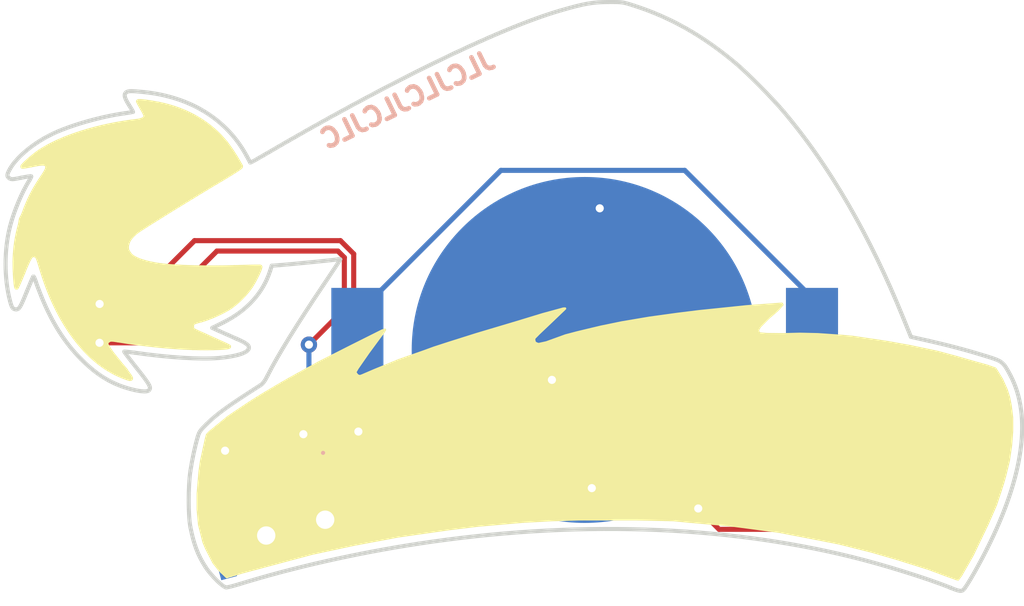
<source format=kicad_pcb>
(kicad_pcb (version 20211014) (generator pcbnew)
  (layers (0 "F.Cu" signal) (31 "B.Cu" signal) (34 "B.Paste" user) (35 "F.Paste" user) (36 "B.SilkS" user "B.Silkscreen") (37 "F.SilkS" user "F.Silkscreen") (38 "B.Mask" user) (39 "F.Mask" user) (44 "Edge.Cuts" user))
  (net 0 "")
  (net 1 "Net-(BT1-Pad1)")
  (net 2 "GND")
  (net 3 "Net-(D1-Pad1)")
  (net 4 "Net-(D1-Pad2)")
  (net 5 "Net-(D2-Pad1)")
  (net 6 "Net-(D3-Pad1)")
  (net 7 "Net-(D4-Pad1)")
  (net 8 "Net-(D5-Pad1)")
  (net 9 "Net-(D6-Pad1)")
  (net 10 "Net-(D7-Pad1)")
  (net 11 "Net-(D8-Pad1)")
  (net 12 "Net-(D9-Pad1)")
  (net 13 "Net-(D10-Pad1)")
  (net 14 "Net-(D11-Pad1)")
  (net 15 "Net-(D12-Pad1)")
  (footprint "Resistor_SMD:R_0805_2012Metric_Pad1.20x1.40mm_HandSolder" (layer "F.Cu") (at 160.74 101.79 180)
    (fp_text reference "R9" hide)
    (fp_text value "1k" hide)
    (pad "1" smd roundrect locked (at -1 0 180) (size 1.2 1.4) (layers "F.Cu" "F.Paste" "F.Mask") (roundrect_rratio 0.2083333333) (net 12 "Net-(D9-Pad1)"))
    (pad "2" smd roundrect locked (at 1 0 180) (size 1.2 1.4) (layers "F.Cu" "F.Paste" "F.Mask") (roundrect_rratio 0.2083333333) (net 2 "GND"))
  )
  (footprint "Resistor_SMD:R_0805_2012Metric_Pad1.20x1.40mm_HandSolder" (layer "F.Cu") (at 129.44 89.9 180)
    (fp_text reference "R2" hide)
    (fp_text value "1k" hide)
    (pad "1" smd roundrect locked (at -1 0 180) (size 1.2 1.4) (layers "F.Cu" "F.Paste" "F.Mask") (roundrect_rratio 0.2083333333) (net 5 "Net-(D2-Pad1)"))
    (pad "2" smd roundrect locked (at 1 0 180) (size 1.2 1.4) (layers "F.Cu" "F.Paste" "F.Mask") (roundrect_rratio 0.2083333333) (net 2 "GND"))
  )
  (footprint "Resistor_SMD:R_0805_2012Metric_Pad1.20x1.40mm_HandSolder" (layer "F.Cu") (at 129.8 84.64 180)
    (fp_text reference "R1" hide)
    (fp_text value "1k" hide)
    (pad "1" smd roundrect locked (at -1 0 180) (size 1.2 1.4) (layers "F.Cu" "F.Paste" "F.Mask") (roundrect_rratio 0.2083333333) (net 3 "Net-(D1-Pad1)"))
    (pad "2" smd roundrect locked (at 1 0 180) (size 1.2 1.4) (layers "F.Cu" "F.Paste" "F.Mask") (roundrect_rratio 0.2083333333) (net 2 "GND"))
  )
  (footprint "LED_SMD:LED_0805_2012Metric_Pad1.15x1.40mm_HandSolder" (layer "F.Cu") (at 133.7625 84.29)
    (fp_text reference "D1" hide)
    (fp_text value "LED" hide)
    (pad "1" smd roundrect locked (at -1.025 0) (size 1.15 1.4) (layers "F.Cu" "F.Paste" "F.Mask") (roundrect_rratio 0.2173913043) (net 3 "Net-(D1-Pad1)"))
    (pad "2" smd roundrect locked (at 1.025 0) (size 1.15 1.4) (layers "F.Cu" "F.Paste" "F.Mask") (roundrect_rratio 0.2173913043) (net 4 "Net-(D1-Pad2)"))
  )
  (footprint "Resistor_SMD:R_0805_2012Metric_Pad1.20x1.40mm_HandSolder" (layer "F.Cu") (at 135.42 90.81 180)
    (fp_text reference "R3" hide)
    (fp_text value "1k" hide)
    (pad "1" smd roundrect locked (at -1 0 180) (size 1.2 1.4) (layers "F.Cu" "F.Paste" "F.Mask") (roundrect_rratio 0.2083333333) (net 6 "Net-(D3-Pad1)"))
    (pad "2" smd roundrect locked (at 1 0 180) (size 1.2 1.4) (layers "F.Cu" "F.Paste" "F.Mask") (roundrect_rratio 0.2083333333) (net 2 "GND"))
  )
  (footprint "user-footprints:pom_hat" (layer "F.Cu") (at 125.68 81.11)
    (fp_text reference "REF**" hide)
    (fp_text value "pom_hat" hide)
  )
  (footprint "LED_SMD:LED_0805_2012Metric_Pad1.15x1.40mm_HandSolder" (layer "F.Cu") (at 170.2525 101.41)
    (fp_text reference "D11" hide)
    (fp_text value "LED" hide)
    (pad "1" smd roundrect locked (at -1.025 0) (size 1.15 1.4) (layers "F.Cu" "F.Paste" "F.Mask") (roundrect_rratio 0.2173913043) (net 14 "Net-(D11-Pad1)"))
    (pad "2" smd roundrect locked (at 1.025 0) (size 1.15 1.4) (layers "F.Cu" "F.Paste" "F.Mask") (roundrect_rratio 0.2173913043) (net 4 "Net-(D1-Pad2)"))
  )
  (footprint "Resistor_SMD:R_0805_2012Metric_Pad1.20x1.40mm_HandSolder" (layer "F.Cu") (at 172.23 98.47)
    (fp_text reference "R12" hide)
    (fp_text value "1k" hide)
    (pad "1" smd roundrect locked (at -1 0) (size 1.2 1.4) (layers "F.Cu" "F.Paste" "F.Mask") (roundrect_rratio 0.2083333333) (net 15 "Net-(D12-Pad1)"))
    (pad "2" smd roundrect locked (at 1 0) (size 1.2 1.4) (layers "F.Cu" "F.Paste" "F.Mask") (roundrect_rratio 0.2083333333) (net 2 "GND"))
  )
  (footprint "LED_SMD:LED_0805_2012Metric_Pad1.15x1.40mm_HandSolder" (layer "F.Cu") (at 148.925 96.24)
    (fp_text reference "D6" hide)
    (fp_text value "LED" hide)
    (pad "1" smd roundrect locked (at -1.025 0) (size 1.15 1.4) (layers "F.Cu" "F.Paste" "F.Mask") (roundrect_rratio 0.2173913043) (net 9 "Net-(D6-Pad1)"))
    (pad "2" smd roundrect locked (at 1.025 0) (size 1.15 1.4) (layers "F.Cu" "F.Paste" "F.Mask") (roundrect_rratio 0.2173913043) (net 4 "Net-(D1-Pad2)"))
  )
  (footprint "LED_SMD:LED_0805_2012Metric_Pad1.15x1.40mm_HandSolder" (layer "F.Cu") (at 172.2725 96.38)
    (fp_text reference "D12" hide)
    (fp_text value "LED" hide)
    (pad "1" smd roundrect locked (at -1.025 0) (size 1.15 1.4) (layers "F.Cu" "F.Paste" "F.Mask") (roundrect_rratio 0.2173913043) (net 15 "Net-(D12-Pad1)"))
    (pad "2" smd roundrect locked (at 1.025 0) (size 1.15 1.4) (layers "F.Cu" "F.Paste" "F.Mask") (roundrect_rratio 0.2173913043) (net 4 "Net-(D1-Pad2)"))
  )
  (footprint "LED_SMD:LED_0805_2012Metric_Pad1.15x1.40mm_HandSolder" (layer "F.Cu") (at 129.3625 87.71)
    (fp_text reference "D2" hide)
    (fp_text value "LED" hide)
    (pad "1" smd roundrect locked (at -1.025 0) (size 1.15 1.4) (layers "F.Cu" "F.Paste" "F.Mask") (roundrect_rratio 0.2173913043) (net 5 "Net-(D2-Pad1)"))
    (pad "2" smd roundrect locked (at 1.025 0) (size 1.15 1.4) (layers "F.Cu" "F.Paste" "F.Mask") (roundrect_rratio 0.2173913043) (net 4 "Net-(D1-Pad2)"))
  )
  (footprint "Resistor_SMD:R_0805_2012Metric_Pad1.20x1.40mm_HandSolder" (layer "F.Cu") (at 155.52 100.79 180)
    (fp_text reference "R7" hide)
    (fp_text value "1k" hide)
    (pad "1" smd roundrect locked (at -1 0 180) (size 1.2 1.4) (layers "F.Cu" "F.Paste" "F.Mask") (roundrect_rratio 0.2083333333) (net 10 "Net-(D7-Pad1)"))
    (pad "2" smd roundrect locked (at 1 0 180) (size 1.2 1.4) (layers "F.Cu" "F.Paste" "F.Mask") (roundrect_rratio 0.2083333333) (net 2 "GND"))
  )
  (footprint "Resistor_SMD:R_0805_2012Metric_Pad1.20x1.40mm_HandSolder" (layer "F.Cu") (at 145.71 99.28 180)
    (fp_text reference "R5" hide)
    (fp_text value "1k" hide)
    (pad "1" smd roundrect locked (at -1 0 180) (size 1.2 1.4) (layers "F.Cu" "F.Paste" "F.Mask") (roundrect_rratio 0.2083333333) (net 8 "Net-(D5-Pad1)"))
    (pad "2" smd roundrect locked (at 1 0 180) (size 1.2 1.4) (layers "F.Cu" "F.Paste" "F.Mask") (roundrect_rratio 0.2083333333) (net 2 "GND"))
  )
  (footprint "Resistor_SMD:R_0805_2012Metric_Pad1.20x1.40mm_HandSolder" (layer "F.Cu") (at 144.99 96.25 180)
    (fp_text reference "R6" hide)
    (fp_text value "1k" hide)
    (pad "1" smd roundrect locked (at -1 0 180) (size 1.2 1.4) (layers "F.Cu" "F.Paste" "F.Mask") (roundrect_rratio 0.2083333333) (net 9 "Net-(D6-Pad1)"))
    (pad "2" smd roundrect locked (at 1 0 180) (size 1.2 1.4) (layers "F.Cu" "F.Paste" "F.Mask") (roundrect_rratio 0.2083333333) (net 2 "GND"))
  )
  (footprint "LED_SMD:LED_0805_2012Metric_Pad1.15x1.40mm_HandSolder" (layer "F.Cu") (at 145.7 101.31)
    (fp_text reference "D5" hide)
    (fp_text value "LED" hide)
    (pad "1" smd roundrect locked (at -1.025 0) (size 1.15 1.4) (layers "F.Cu" "F.Paste" "F.Mask") (roundrect_rratio 0.2173913043) (net 8 "Net-(D5-Pad1)"))
    (pad "2" smd roundrect locked (at 1.025 0) (size 1.15 1.4) (layers "F.Cu" "F.Paste" "F.Mask") (roundrect_rratio 0.2173913043) (net 4 "Net-(D1-Pad2)"))
  )
  (footprint "LED_SMD:LED_0805_2012Metric_Pad1.15x1.40mm_HandSolder" (layer "F.Cu") (at 157.4025 95.49)
    (fp_text reference "D8" hide)
    (fp_text value "LED" hide)
    (pad "1" smd roundrect locked (at -1.025 0) (size 1.15 1.4) (layers "F.Cu" "F.Paste" "F.Mask") (roundrect_rratio 0.2173913043) (net 11 "Net-(D8-Pad1)"))
    (pad "2" smd roundrect locked (at 1.025 0) (size 1.15 1.4) (layers "F.Cu" "F.Paste" "F.Mask") (roundrect_rratio 0.2173913043) (net 4 "Net-(D1-Pad2)"))
  )
  (footprint "user-footprints:hat_bottom" (layer "F.Cu") (at 154.24 89.71)
    (fp_text reference "REF**" hide)
    (fp_text value "hat_bottom" hide)
  )
  (footprint "LED_SMD:LED_0805_2012Metric_Pad1.15x1.40mm_HandSolder" (layer "F.Cu") (at 165.5825 95.62)
    (fp_text reference "D10" hide)
    (fp_text value "LED" hide)
    (pad "1" smd roundrect locked (at -1.025 0) (size 1.15 1.4) (layers "F.Cu" "F.Paste" "F.Mask") (roundrect_rratio 0.2173913043) (net 13 "Net-(D10-Pad1)"))
    (pad "2" smd roundrect locked (at 1.025 0) (size 1.15 1.4) (layers "F.Cu" "F.Paste" "F.Mask") (roundrect_rratio 0.2173913043) (net 4 "Net-(D1-Pad2)"))
  )
  (footprint "Resistor_SMD:R_0805_2012Metric_Pad1.20x1.40mm_HandSolder" (layer "F.Cu") (at 166.31 101.39)
    (fp_text reference "R11" hide)
    (fp_text value "1k" hide)
    (pad "1" smd roundrect locked (at -1 0) (size 1.2 1.4) (layers "F.Cu" "F.Paste" "F.Mask") (roundrect_rratio 0.2083333333) (net 14 "Net-(D11-Pad1)"))
    (pad "2" smd roundrect locked (at 1 0) (size 1.2 1.4) (layers "F.Cu" "F.Paste" "F.Mask") (roundrect_rratio 0.2083333333) (net 2 "GND"))
  )
  (footprint "LED_SMD:LED_0805_2012Metric_Pad1.15x1.40mm_HandSolder" (layer "F.Cu") (at 160.7425 99.68)
    (fp_text reference "D9" hide)
    (fp_text value "LED" hide)
    (pad "1" smd roundrect locked (at -1.025 0) (size 1.15 1.4) (layers "F.Cu" "F.Paste" "F.Mask") (roundrect_rratio 0.2173913043) (net 12 "Net-(D9-Pad1)"))
    (pad "2" smd roundrect locked (at 1.025 0) (size 1.15 1.4) (layers "F.Cu" "F.Paste" "F.Mask") (roundrect_rratio 0.2173913043) (net 4 "Net-(D1-Pad2)"))
  )
  (footprint "Resistor_SMD:R_0805_2012Metric_Pad1.20x1.40mm_HandSolder" (layer "F.Cu") (at 139.32 100.28 180)
    (fp_text reference "R4" hide)
    (fp_text value "1k" hide)
    (pad "1" smd roundrect locked (at -1 0 180) (size 1.2 1.4) (layers "F.Cu" "F.Paste" "F.Mask") (roundrect_rratio 0.2083333333) (net 7 "Net-(D4-Pad1)"))
    (pad "2" smd roundrect locked (at 1 0 180) (size 1.2 1.4) (layers "F.Cu" "F.Paste" "F.Mask") (roundrect_rratio 0.2083333333) (net 2 "GND"))
  )
  (footprint "LED_SMD:LED_0805_2012Metric_Pad1.15x1.40mm_HandSolder" (layer "F.Cu") (at 151.58 100.81)
    (fp_text reference "D7" hide)
    (fp_text value "LED" hide)
    (pad "1" smd roundrect locked (at -1.025 0) (size 1.15 1.4) (layers "F.Cu" "F.Paste" "F.Mask") (roundrect_rratio 0.2173913043) (net 10 "Net-(D7-Pad1)"))
    (pad "2" smd roundrect locked (at 1.025 0) (size 1.15 1.4) (layers "F.Cu" "F.Paste" "F.Mask") (roundrect_rratio 0.2173913043) (net 4 "Net-(D1-Pad2)"))
  )
  (footprint "Resistor_SMD:R_0805_2012Metric_Pad1.20x1.40mm_HandSolder" (layer "F.Cu") (at 165.58 97.74 180)
    (fp_text reference "R10" hide)
    (fp_text value "1k" hide)
    (pad "1" smd roundrect locked (at -1 0 180) (size 1.2 1.4) (layers "F.Cu" "F.Paste" "F.Mask") (roundrect_rratio 0.2083333333) (net 13 "Net-(D10-Pad1)"))
    (pad "2" smd roundrect locked (at 1 0 180) (size 1.2 1.4) (layers "F.Cu" "F.Paste" "F.Mask") (roundrect_rratio 0.2083333333) (net 2 "GND"))
  )
  (footprint "LED_SMD:LED_0805_2012Metric_Pad1.15x1.40mm_HandSolder" (layer "F.Cu") (at 131.4625 91.9)
    (fp_text reference "D3" hide)
    (fp_text value "LED" hide)
    (pad "1" smd roundrect locked (at -1.025 0) (size 1.15 1.4) (layers "F.Cu" "F.Paste" "F.Mask") (roundrect_rratio 0.2173913043) (net 6 "Net-(D3-Pad1)"))
    (pad "2" smd roundrect locked (at 1.025 0) (size 1.15 1.4) (layers "F.Cu" "F.Paste" "F.Mask") (roundrect_rratio 0.2173913043) (net 4 "Net-(D1-Pad2)"))
  )
  (footprint "Resistor_SMD:R_0805_2012Metric_Pad1.20x1.40mm_HandSolder" (layer "F.Cu") (at 153.55 95.47 180)
    (fp_text reference "R8" hide)
    (fp_text value "1k" hide)
    (pad "1" smd roundrect locked (at -1 0 180) (size 1.2 1.4) (layers "F.Cu" "F.Paste" "F.Mask") (roundrect_rratio 0.2083333333) (net 11 "Net-(D8-Pad1)"))
    (pad "2" smd roundrect locked (at 1 0 180) (size 1.2 1.4) (layers "F.Cu" "F.Paste" "F.Mask") (roundrect_rratio 0.2083333333) (net 2 "GND"))
  )
  (footprint "LED_SMD:LED_0805_2012Metric_Pad1.15x1.40mm_HandSolder" (layer "F.Cu") (at 139.3125 98.14)
    (fp_text reference "D4" hide)
    (fp_text value "LED" hide)
    (pad "1" smd roundrect locked (at -1.025 0) (size 1.15 1.4) (layers "F.Cu" "F.Paste" "F.Mask") (roundrect_rratio 0.2173913043) (net 7 "Net-(D4-Pad1)"))
    (pad "2" smd roundrect locked (at 1.025 0) (size 1.15 1.4) (layers "F.Cu" "F.Paste" "F.Mask") (roundrect_rratio 0.2173913043) (net 4 "Net-(D1-Pad2)"))
  )
  (footprint "user-footprints:MK12C02" (layer "B.Cu") (at 139.96 102.73 -165)
    (fp_text reference "J1" hide)
    (fp_text value "MK-12C02" hide)
    (pad "" np_thru_hole circle locked (at 1.5 0 195) (size 0.9 0.9) (drill 0.9) (layers *.Cu *.Mask))
    (pad "" np_thru_hole circle locked (at -1.5 0 195) (size 0.9 0.9) (drill 0.9) (layers *.Cu *.Mask))
    (pad "1" smd rect locked (at -2.25 2.075 195) (size 0.9 1.25) (layers "B.Cu" "B.Paste" "B.Mask"))
    (pad "2" smd rect locked (at 0.75 2.075 195) (size 0.9 1.25) (layers "B.Cu" "B.Paste" "B.Mask") (net 1 "Net-(BT1-Pad1)"))
    (pad "3" smd rect locked (at 2.25 2.075 195) (size 0.9 1.25) (layers "B.Cu" "B.Paste" "B.Mask") (net 4 "Net-(D1-Pad2)"))
    (pad "MP1" smd rect locked (at -3.8 1.1 195) (size 0.8 0.9) (layers "B.Cu" "B.Paste" "B.Mask"))
    (pad "MP2" smd rect locked (at -3.8 -1.1 195) (size 0.8 0.9) (layers "B.Cu" "B.Paste" "B.Mask"))
    (pad "MP3" smd rect locked (at 3.8 -1.1 195) (size 0.8 0.9) (layers "B.Cu" "B.Paste" "B.Mask"))
    (pad "MP4" smd rect locked (at 3.8 1.1 195) (size 0.8 0.9) (layers "B.Cu" "B.Paste" "B.Mask"))
  )
  (footprint "user-footprints:CR2032_holder_ali" (layer "B.Cu") (at 154.16 94 180)
    (fp_text reference "BT1" hide)
    (fp_text value "Battery_Cell" hide)
    (pad "1" smd rect (at -11.17 0 180) (size 2.56 6.1) (layers "B.Cu" "B.Paste" "B.Mask") (net 1 "Net-(BT1-Pad1)"))
    (pad "1" smd rect (at 11.17 0 180) (size 2.56 6.1) (layers "B.Cu" "B.Paste" "B.Mask") (net 1 "Net-(BT1-Pad1)"))
    (pad "2" smd circle (at 0 0 180) (size 17 17) (layers "B.Cu" "B.Paste" "B.Mask") (net 2 "GND"))
  )
  (gr_curve (pts (xy 137.548664 84.464756) (xy 137.643907 84.641258) (xy 137.7256 84.79126) (xy 137.730206 84.798093)) (layer "Edge.Cuts") (width 0.2))
  (gr_line (start 135.862092 92.915636) (end 136.199569 93.070602) (layer "Edge.Cuts") (width 0.2))
  (gr_curve (pts (xy 138.700639 90.11984) (xy 138.355952 91.197579) (xy 137.558992 92.074987) (xy 136.40587 92.646245)) (layer "Edge.Cuts") (width 0.2))
  (gr_curve (pts (xy 127.066088 90.389596) (xy 127.048091 90.408857) (xy 126.90411 90.744351) (xy 126.746132 91.135177)) (layer "Edge.Cuts") (width 0.2))
  (gr_curve (pts (xy 146.004017 103.517819) (xy 142.961394 103.980482) (xy 139.841895 104.684722) (xy 137.17559 105.510875)) (layer "Edge.Cuts") (width 0.2))
  (gr_curve (pts (xy 127.468106 91.386671) (xy 127.355333 91.109669) (xy 127.226107 90.764137) (xy 127.180937 90.61882)) (layer "Edge.Cuts") (width 0.2))
  (gr_curve (pts (xy 131.535179 94.081666) (xy 131.525752 94.091112) (xy 131.806637 94.461626) (xy 132.159367 94.905067)) (layer "Edge.Cuts") (width 0.2))
  (gr_line (start 172.135546 105.684153) (end 172.135556 105.68432) (layer "Edge.Cuts") (width 0.2))
  (gr_line (start 169.82 92.44) (end 170.190202 93.355119) (layer "Edge.Cuts") (width 0.2))
  (gr_curve (pts (xy 136.549923 105.668151) (xy 136.389289 105.668151) (xy 135.807945 105.096443) (xy 135.527062 104.662241)) (layer "Edge.Cuts") (width 0.2))
  (gr_curve (pts (xy 137.730206 84.798093) (xy 137.734812 84.804924) (xy 138.025249 84.642437) (xy 138.375624 84.437006)) (layer "Edge.Cuts") (width 0.2))
  (gr_curve (pts (xy 175.085686 95.260471) (xy 176.129736 97.254657) (xy 175.738584 100.162856) (xy 173.944283 103.746776)) (layer "Edge.Cuts") (width 0.2))
  (gr_curve (pts (xy 126.871372 85.667643) (xy 126.933881 85.568623) (xy 126.974913 85.477493) (xy 126.962554 85.465134)) (layer "Edge.Cuts") (width 0.2))
  (gr_curve (pts (xy 137.058039 93.452565) (xy 137.578861 93.67949) (xy 137.707539 93.78818) (xy 137.645812 93.949036)) (layer "Edge.Cuts") (width 0.2))
  (gr_curve (pts (xy 138.375624 84.437006) (xy 144.457558 80.871089) (xy 149.925412 78.204418) (xy 152.972414 77.318176)) (layer "Edge.Cuts") (width 0.2))
  (gr_curve (pts (xy 167.321852 104.179723) (xy 160.917742 102.596107) (xy 153.566562 102.367856) (xy 146.004017 103.517819)) (layer "Edge.Cuts") (width 0.2))
  (gr_curve (pts (xy 131.031856 95.631268) (xy 130.442976 95.355456) (xy 129.9751 95.013038) (xy 129.405452 94.440975)) (layer "Edge.Cuts") (width 0.2))
  (gr_curve (pts (xy 135.527062 104.662241) (xy 135.153902 104.085394) (xy 134.956512 103.565044) (xy 134.786942 102.711161)) (layer "Edge.Cuts") (width 0.2))
  (gr_curve (pts (xy 137.645812 93.949036) (xy 137.566178 94.156562) (xy 137.016236 94.322233) (xy 136.162862 94.395779)) (layer "Edge.Cuts") (width 0.2))
  (gr_curve (pts (xy 173.927828 94.317661) (xy 174.691203 94.554495) (xy 174.73455 94.58979) (xy 175.085686 95.260471)) (layer "Edge.Cuts") (width 0.2))
  (gr_curve (pts (xy 163.935687 82.287147) (xy 166.199149 84.963718) (xy 168.173936 88.371039) (xy 169.82 92.44)) (layer "Edge.Cuts") (width 0.2))
  (gr_curve (pts (xy 141.310902 90.824533) (xy 141.774075 90.136686) (xy 142.153035 89.562559) (xy 142.153035 89.548698)) (layer "Edge.Cuts") (width 0.2))
  (gr_line (start 136.40587 92.646245) (end 135.862092 92.915636) (layer "Edge.Cuts") (width 0.2))
  (gr_curve (pts (xy 125.926533 85.093021) (xy 126.272365 84.489972) (xy 127.125848 83.796005) (xy 128.059164 83.358978)) (layer "Edge.Cuts") (width 0.2))
  (gr_curve (pts (xy 171.059722 93.551228) (xy 172.048739 93.774287) (xy 172.969334 94.020296) (xy 173.927828 94.317661)) (layer "Edge.Cuts") (width 0.2))
  (gr_curve (pts (xy 142.153035 89.548698) (xy 142.153035 89.534834) (xy 142.096302 89.535045) (xy 142.026962 89.548962)) (layer "Edge.Cuts") (width 0.2))
  (gr_curve (pts (xy 131.966831 82.306421) (xy 131.974676 82.301132) (xy 131.884418 82.145984) (xy 131.76626 81.961644)) (layer "Edge.Cuts") (width 0.2))
  (gr_curve (pts (xy 134.787498 99.937553) (xy 134.875549 99.36331) (xy 135.006233 98.753994) (xy 135.141475 98.287139)) (layer "Edge.Cuts") (width 0.2))
  (gr_curve (pts (xy 125.921573 91.589218) (xy 125.63068 90.474484) (xy 125.630263 89.076388) (xy 125.920488 87.9397)) (layer "Edge.Cuts") (width 0.2))
  (gr_curve (pts (xy 136.162862 94.395779) (xy 135.278391 94.472003) (xy 133.687777 94.371597) (xy 132.050433 94.136155)) (layer "Edge.Cuts") (width 0.2))
  (gr_line (start 170.190202 93.355119) (end 171.059722 93.551228) (layer "Edge.Cuts") (width 0.2))
  (gr_curve (pts (xy 137.17559 105.510875) (xy 136.896415 105.597378) (xy 136.614864 105.668151) (xy 136.549923 105.668151)) (layer "Edge.Cuts") (width 0.2))
  (gr_curve (pts (xy 136.199569 93.070602) (xy 136.385182 93.155832) (xy 136.771493 93.327716) (xy 137.058039 93.452565)) (layer "Edge.Cuts") (width 0.2))
  (gr_curve (pts (xy 172.837704 105.702383) (xy 172.699615 105.888001) (xy 172.633123 105.886273) (xy 172.135546 105.684153)) (layer "Edge.Cuts") (width 0.2))
  (gr_curve (pts (xy 131.539965 82.372734) (xy 131.766897 82.34155) (xy 131.958986 82.311709) (xy 131.966831 82.306421)) (layer "Edge.Cuts") (width 0.2))
  (gr_curve (pts (xy 135.141475 98.287139) (xy 135.218774 98.020305) (xy 135.265087 97.952611) (xy 135.584431 97.639689)) (layer "Edge.Cuts") (width 0.2))
  (gr_curve (pts (xy 138.576115 95.263421) (xy 139.064538 94.291994) (xy 140.016686 92.746546) (xy 141.310902 90.824533)) (layer "Edge.Cuts") (width 0.2))
  (gr_curve (pts (xy 156.571233 77.076684) (xy 158.376639 77.655261) (xy 159.967891 78.556301) (xy 161.59124 79.91924)) (layer "Edge.Cuts") (width 0.2))
  (gr_curve (pts (xy 142.026962 89.548962) (xy 141.889571 89.57691) (xy 139.801719 89.783447) (xy 139.173123 89.831286)) (layer "Edge.Cuts") (width 0.2))
  (gr_curve (pts (xy 138.221566 95.736599) (xy 138.348087 95.655965) (xy 138.44129 95.531573) (xy 138.576115 95.263421)) (layer "Edge.Cuts") (width 0.2))
  (gr_curve (pts (xy 126.746132 91.135177) (xy 126.43621 91.901905) (xy 126.373679 92.006605) (xy 126.22632 92.005528)) (layer "Edge.Cuts") (width 0.2))
  (gr_curve (pts (xy 127.180937 90.61882) (xy 127.135768 90.473503) (xy 127.084086 90.37035) (xy 127.066088 90.389596)) (layer "Edge.Cuts") (width 0.2))
  (gr_curve (pts (xy 131.634686 81.339423) (xy 131.7351 81.265999) (xy 131.867391 81.263985) (xy 132.486387 81.326459)) (layer "Edge.Cuts") (width 0.2))
  (gr_curve (pts (xy 134.786942 102.711161) (xy 134.673726 102.14105) (xy 134.674028 100.677684) (xy 134.787498 99.937553)) (layer "Edge.Cuts") (width 0.2))
  (gr_curve (pts (xy 135.584431 97.639689) (xy 136.100034 97.13446) (xy 136.642154 96.743239) (xy 138.221566 95.736599)) (layer "Edge.Cuts") (width 0.2))
  (gr_curve (pts (xy 155.333423 76.903947) (xy 156.009682 76.900441) (xy 156.030226 76.903285) (xy 156.571233 77.076684)) (layer "Edge.Cuts") (width 0.2))
  (gr_curve (pts (xy 131.76626 81.961644) (xy 131.53654 81.603259) (xy 131.501364 81.43691) (xy 131.634686 81.339423)) (layer "Edge.Cuts") (width 0.2))
  (gr_curve (pts (xy 128.059164 83.358978) (xy 128.942044 82.945567) (xy 130.421167 82.526475) (xy 131.539965 82.372734)) (layer "Edge.Cuts") (width 0.2))
  (gr_curve (pts (xy 172.135556 105.68432) (xy 171.046972 105.242151) (xy 168.882947 104.565755) (xy 167.321852 104.179723)) (layer "Edge.Cuts") (width 0.2))
  (gr_curve (pts (xy 125.893401 85.564234) (xy 125.752821 85.472122) (xy 125.758926 85.385286) (xy 125.926533 85.093021)) (layer "Edge.Cuts") (width 0.2))
  (gr_curve (pts (xy 132.159367 94.905067) (xy 132.809308 95.722155) (xy 132.885439 95.867324) (xy 132.731157 95.995366)) (layer "Edge.Cuts") (width 0.2))
  (gr_curve (pts (xy 132.486387 81.326459) (xy 134.785044 81.558458) (xy 136.581289 82.672018) (xy 137.548664 84.464756)) (layer "Edge.Cuts") (width 0.2))
  (gr_curve (pts (xy 173.944283 103.746776) (xy 173.558089 104.518152) (xy 173.04777 105.42002) (xy 172.837704 105.702383)) (layer "Edge.Cuts") (width 0.2))
  (gr_curve (pts (xy 126.22632 92.005528) (xy 126.06085 92.004206) (xy 126.012747 91.938605) (xy 125.921573 91.589218)) (layer "Edge.Cuts") (width 0.2))
  (gr_curve (pts (xy 152.972414 77.318176) (xy 154.132558 76.980741) (xy 154.547035 76.908022) (xy 155.333423 76.903947)) (layer "Edge.Cuts") (width 0.2))
  (gr_line (start 138.783442 89.860943) (end 138.700639 90.11984) (layer "Edge.Cuts") (width 0.2))
  (gr_curve (pts (xy 126.962554 85.465134) (xy 126.950195 85.452778) (xy 126.728645 85.485772) (xy 126.470222 85.53849)) (layer "Edge.Cuts") (width 0.2))
  (gr_curve (pts (xy 161.59124 79.91924) (xy 162.157972 80.39506) (xy 163.375797 81.625075) (xy 163.935687 82.287147)) (layer "Edge.Cuts") (width 0.2))
  (gr_curve (pts (xy 129.405452 94.440975) (xy 128.612119 93.644282) (xy 127.984223 92.654376) (xy 127.468106 91.386671)) (layer "Edge.Cuts") (width 0.2))
  (gr_curve (pts (xy 132.731157 95.995366) (xy 132.574038 96.125763) (xy 131.677493 95.933668) (xy 131.031856 95.631268)) (layer "Edge.Cuts") (width 0.2))
  (gr_curve (pts (xy 126.470222 85.53849) (xy 126.044142 85.625389) (xy 125.990395 85.627789) (xy 125.893401 85.564234)) (layer "Edge.Cuts") (width 0.2))
  (gr_line (start 139.173123 89.831286) (end 138.783442 89.860943) (layer "Edge.Cuts") (width 0.2))
  (gr_curve (pts (xy 132.050433 94.136155) (xy 131.77647 94.096758) (xy 131.544606 94.072242) (xy 131.535179 94.081666)) (layer "Edge.Cuts") (width 0.2))
  (gr_curve (pts (xy 125.920488 87.9397) (xy 126.113692 87.182998) (xy 126.504982 86.248043) (xy 126.871372 85.667643)) (layer "Edge.Cuts") (width 0.2))
  (gr_text "JLCJLCJLCJLC" (at 145.46 81.7 26) (layer "B.SilkS") (effects (font (size 0.9 0.9) (thickness 0.225)) (justify mirror)))
  (segment (start 165.33 91.43) (end 165.33 94) (width 0.25) (layer "B.Cu") (net 1))
  (segment (start 143.340099 98.734501) (end 143.764501 98.310099) (width 0.25) (layer "B.Cu") (net 1))
  (segment (start 150.044511 85.175489) (end 159.075489 85.175489) (width 0.25) (layer "B.Cu") (net 1))
  (segment (start 143.764501 98.310099) (end 143.764501 94.774501) (width 0.25) (layer "B.Cu") (net 1))
  (segment (start 142.99 94) (end 142.99 92.23) (width 0.25) (layer "B.Cu") (net 1))
  (segment (start 142.99 92.23) (end 150.044511 85.175489) (width 0.25) (layer "B.Cu") (net 1))
  (segment (start 138.698506 100.919818) (end 140.883823 98.734501) (width 0.25) (layer "B.Cu") (net 1))
  (segment (start 140.883823 98.734501) (end 143.340099 98.734501) (width 0.25) (layer "B.Cu") (net 1))
  (segment (start 143.764501 94.774501) (end 142.99 94) (width 0.25) (layer "B.Cu") (net 1))
  (segment (start 159.075489 85.175489) (end 165.33 91.43) (width 0.25) (layer "B.Cu") (net 1))
  (segment (start 164.38548 98.85452) (end 164.38548 102.077973) (width 0.25) (layer "F.Cu") (net 2))
  (segment (start 168.35452 102.43452) (end 167.31 101.39) (width 0.25) (layer "F.Cu") (net 2))
  (segment (start 143.04 98.01) (end 143.44 98.01) (width 0.25) (layer "F.Cu") (net 2))
  (segment (start 128.44 89.9) (end 128.44 91.489993) (width 0.25) (layer "F.Cu") (net 2))
  (segment (start 133.50548 92.92452) (end 134.42 92.01) (width 0.25) (layer "F.Cu") (net 2))
  (segment (start 134.42 92.01) (end 134.42 90.81) (width 0.25) (layer "F.Cu") (net 2))
  (segment (start 128.44 91.489993) (end 129.874527 92.92452) (width 0.25) (layer "F.Cu") (net 2))
  (segment (start 164.38548 102.077973) (end 164.767507 102.46) (width 0.25) (layer "F.Cu") (net 2))
  (segment (start 128.8 84.64) (end 127.43798 86.00202) (width 0.25) (layer "F.Cu") (net 2))
  (segment (start 145.02452 95.21548) (end 152.29548 95.21548) (width 0.25) (layer "F.Cu") (net 2))
  (segment (start 142.350489 89.456193) (end 142.350489 91.999511) (width 0.25) (layer "F.Cu") (net 2))
  (segment (start 171.840473 102.43452) (end 168.35452 102.43452) (width 0.25) (layer "F.Cu") (net 2))
  (segment (start 136.99 98.95) (end 138.32 100.28) (width 0.25) (layer "F.Cu") (net 2))
  (segment (start 127.43798 86.00202) (end 127.43798 88.89798) (width 0.25) (layer "F.Cu") (net 2))
  (segment (start 142.350489 91.999511) (end 140.61 93.74) (width 0.25) (layer "F.Cu") (net 2))
  (segment (start 143.44 98.01) (end 144.71 99.28) (width 0.25) (layer "F.Cu") (net 2))
  (segment (start 164.58 97.74) (end 164.58 98.66) (width 0.25) (layer "F.Cu") (net 2))
  (segment (start 143.04 97.2) (end 143.99 96.25) (width 0.25) (layer "F.Cu") (net 2))
  (segment (start 136.09 89.14) (end 142.034296 89.14) (width 0.25) (layer "F.Cu") (net 2))
  (segment (start 163.648933 102.81452) (end 160.76452 102.81452) (width 0.25) (layer "F.Cu") (net 2))
  (segment (start 152.29548 95.21548) (end 152.55 95.47) (width 0.25) (layer "F.Cu") (net 2))
  (segment (start 129.874527 92.92452) (end 133.50548 92.92452) (width 0.25) (layer "F.Cu") (net 2))
  (segment (start 142.034296 89.14) (end 142.350489 89.456193) (width 0.25) (layer "F.Cu") (net 2))
  (segment (start 127.43798 88.89798) (end 128.44 89.9) (width 0.25) (layer "F.Cu") (net 2))
  (segment (start 134.42 90.81) (end 136.09 89.14) (width 0.25) (layer "F.Cu") (net 2))
  (segment (start 136.49 98.95) (end 136.99 98.95) (width 0.25) (layer "F.Cu") (net 2))
  (segment (start 173.23 98.47) (end 173.23 101.044993) (width 0.25) (layer "F.Cu") (net 2))
  (segment (start 143.99 96.25) (end 145.02452 95.21548) (width 0.25) (layer "F.Cu") (net 2))
  (segment (start 160.76452 102.81452) (end 159.74 101.79) (width 0.25) (layer "F.Cu") (net 2))
  (segment (start 173.23 101.044993) (end 171.840473 102.43452) (width 0.25) (layer "F.Cu") (net 2))
  (segment (start 164.38548 102.077973) (end 163.648933 102.81452) (width 0.25) (layer "F.Cu") (net 2))
  (segment (start 143.04 98.01) (end 143.04 97.2) (width 0.25) (layer "F.Cu") (net 2))
  (segment (start 166.24 102.46) (end 167.31 101.39) (width 0.25) (layer "F.Cu") (net 2))
  (segment (start 164.58 98.66) (end 164.38548 98.85452) (width 0.25) (layer "F.Cu") (net 2))
  (segment (start 164.767507 102.46) (end 166.24 102.46) (width 0.25) (layer "F.Cu") (net 2))
  (via (at 136.49 98.95) (size 0.8) (drill 0.4) (layers "F.Cu" "B.Cu") (net 2))
  (via (at 154.9 87.04) (size 0.8) (drill 0.4) (layers "F.Cu" "B.Cu") (net 2))
  (via (at 159.74 101.79) (size 0.8) (drill 0.4) (layers "F.Cu" "B.Cu") (net 2))
  (via (at 152.55 95.47) (size 0.8) (drill 0.4) (layers "F.Cu" "B.Cu") (net 2))
  (via (at 140.61 93.74) (size 0.8) (drill 0.4) (layers "F.Cu" "B.Cu") (net 2))
  (via (at 143.04 98.01) (size 0.8) (drill 0.4) (layers "F.Cu" "B.Cu") (net 2))
  (via (at 154.51 100.79) (size 0.8) (drill 0.4) (layers "F.Cu" "B.Cu") (net 2))
  (segment (start 142.020978 98.01) (end 143.04 98.01) (width 0.25) (layer "B.Cu") (net 2))
  (segment (start 140.61 96.599022) (end 138.259022 98.95) (width 0.25) (layer "B.Cu") (net 2))
  (segment (start 140.61 96.599022) (end 142.020978 98.01) (width 0.25) (layer "B.Cu") (net 2))
  (segment (start 138.259022 98.95) (end 136.49 98.95) (width 0.25) (layer "B.Cu") (net 2))
  (segment (start 140.61 93.74) (end 140.61 96.599022) (width 0.25) (layer "B.Cu") (net 2))
  (segment (start 154.51 100.79) (end 158.74 100.79) (width 0.25) (layer "B.Cu") (net 2))
  (segment (start 158.74 100.79) (end 159.74 101.79) (width 0.25) (layer "B.Cu") (net 2))
  (segment (start 130.8 84.64) (end 132.3875 84.64) (width 0.25) (layer "F.Cu") (net 3))
  (segment (start 132.3875 84.64) (end 132.7375 84.29) (width 0.25) (layer "F.Cu") (net 3))
  (segment (start 146.725 101.31) (end 149.43 101.31) (width 0.25) (layer "F.Cu") (net 4))
  (segment (start 157.107973 101.81452) (end 153.60952 101.81452) (width 0.25) (layer "F.Cu") (net 4))
  (segment (start 172.15452 100.53298) (end 171.2775 101.41) (width 0.25) (layer "F.Cu") (net 4))
  (segment (start 160.434993 95.49) (end 161.7675 96.822507) (width 0.25) (layer "F.Cu") (net 4))
  (segment (start 142.81 89.28) (end 142.81 93.768478) (width 0.25) (layer "F.Cu") (net 4))
  (segment (start 143.759511 94.717989) (end 140.3375 98.14) (width 0.25) (layer "F.Cu") (net 4))
  (segment (start 166.87202 95.35548) (end 172.27298 95.35548) (width 0.25) (layer "F.Cu") (net 4))
  (segment (start 151.58048 101.83452) (end 152.605 100.81) (width 0.25) (layer "F.Cu") (net 4))
  (segment (start 153.60952 101.81452) (end 152.605 100.81) (width 0.25) (layer "F.Cu") (net 4))
  (segment (start 158.4275 95.49) (end 158.4275 100.494993) (width 0.25) (layer "F.Cu") (net 4))
  (segment (start 131.58 89.74) (end 131.58 87.4975) (width 0.25) (layer "F.Cu") (net 4))
  (segment (start 132.375 91.74) (end 132.375 90.535) (width 0.25) (layer "F.Cu") (net 4))
  (segment (start 145.70048 102.33452) (end 144.06452 102.33452) (width 0.25) (layer "F.Cu") (net 4))
  (segment (start 149.95452 101.83452) (end 151.58048 101.83452) (width 0.25) (layer "F.Cu") (net 4))
  (segment (start 172.15452 97.52298) (end 172.15452 100.53298) (width 0.25) (layer "F.Cu") (net 4))
  (segment (start 140.3375 98.6075) (end 140.3375 98.14) (width 0.25) (layer "F.Cu") (net 4))
  (segment (start 161.7675 96.822507) (end 163.994527 94.59548) (width 0.25) (layer "F.Cu") (net 4))
  (segment (start 149.65548 101.53548) (end 149.95452 101.83452) (width 0.25) (layer "F.Cu") (net 4))
  (segment (start 172.27298 95.35548) (end 173.2975 96.38) (width 0.25) (layer "F.Cu") (net 4))
  (segment (start 146.725 101.31) (end 145.70048 102.33452) (width 0.25) (layer "F.Cu") (net 4))
  (segment (start 163.994527 94.59548) (end 165.58298 94.59548) (width 0.25) (layer "F.Cu") (net 4))
  (segment (start 158.4275 95.49) (end 160.434993 95.49) (width 0.25) (layer "F.Cu") (net 4))
  (segment (start 131.3675 87.71) (end 130.3875 87.71) (width 0.25) (layer "F.Cu") (net 4))
  (segment (start 132.375 91.242507) (end 134.988753 88.628753) (width 0.25) (layer "F.Cu") (net 4))
  (segment (start 158.4275 100.494993) (end 157.107973 101.81452) (width 0.25) (layer "F.Cu") (net 4))
  (segment (start 134.988753 88.628753) (end 142.158753 88.628753) (width 0.25) (layer "F.Cu") (net 4))
  (segment (start 166.6075 95.62) (end 166.87202 95.35548) (width 0.25) (layer "F.Cu") (net 4))
  (segment (start 149.65548 96.53452) (end 149.65548 101.53548) (width 0.25) (layer "F.Cu") (net 4))
  (segment (start 149.95 96.24) (end 149.65548 96.53452) (width 0.25) (layer "F.Cu") (net 4))
  (segment (start 142.81 93.768478) (end 143.759511 94.717989) (width 0.25) (layer "F.Cu") (net 4))
  (segment (start 149.43 101.31) (end 149.65548 101.53548) (width 0.25) (layer "F.Cu") (net 4))
  (segment (start 131.3675 87.71) (end 134.7875 84.29) (width 0.25) (layer "F.Cu") (net 4))
  (segment (start 165.58298 94.59548) (end 166.6075 95.62) (width 0.25) (layer "F.Cu") (net 4))
  (segment (start 161.7675 99.68) (end 161.7675 96.822507) (width 0.25) (layer "F.Cu") (net 4))
  (segment (start 142.158753 88.628753) (end 142.81 89.28) (width 0.25) (layer "F.Cu") (net 4))
  (segment (start 144.06452 102.33452) (end 140.3375 98.6075) (width 0.25) (layer "F.Cu") (net 4))
  (segment (start 132.375 90.535) (end 131.58 89.74) (width 0.25) (layer "F.Cu") (net 4))
  (segment (start 173.2975 96.38) (end 172.15452 97.52298) (width 0.25) (layer "F.Cu") (net 4))
  (via (at 140.3375 98.14) (size 0.8) (drill 0.4) (layers "F.Cu" "B.Cu") (net 4))
  (segment (start 137.249617 100.826102) (end 139.935719 98.14) (width 0.25) (layer "B.Cu") (net 4))
  (segment (start 139.935719 98.14) (end 140.3375 98.14) (width 0.25) (layer "B.Cu") (net 4))
  (segment (start 137.249617 101.308047) (end 137.249617 100.826102) (width 0.25) (layer "B.Cu") (net 4))
  (segment (start 128.3375 87.7975) (end 130.44 89.9) (width 0.25) (layer "F.Cu") (net 5))
  (segment (start 128.3375 87.71) (end 128.3375 87.7975) (width 0.25) (layer "F.Cu") (net 5))
  (segment (start 136.42 90.81) (end 133.58098 93.64902) (width 0.25) (layer "F.Cu") (net 6))
  (segment (start 133.58098 93.64902) (end 130.32 93.64902) (width 0.25) (layer "F.Cu") (net 6))
  (via (at 130.32 93.64902) (size 0.8) (drill 0.4) (layers "F.Cu" "B.Cu") (net 6))
  (via (at 130.325 91.74) (size 0.8) (drill 0.4) (layers "F.Cu" "B.Cu") (net 6))
  (segment (start 130.32 91.745) (end 130.32 93.64902) (width 0.25) (layer "B.Cu") (net 6))
  (segment (start 130.325 91.74) (end 130.32 91.745) (width 0.25) (layer "B.Cu") (net 6))
  (segment (start 140.32 100.1725) (end 138.2875 98.14) (width 0.25) (layer "F.Cu") (net 7))
  (segment (start 140.32 100.28) (end 140.32 100.1725) (width 0.25) (layer "F.Cu") (net 7))
  (segment (start 144.68 101.31) (end 146.71 99.28) (width 0.25) (layer "F.Cu") (net 8))
  (segment (start 144.675 101.31) (end 144.68 101.31) (width 0.25) (layer "F.Cu") (net 8))
  (segment (start 147.89 96.25) (end 147.9 96.24) (width 0.25) (layer "F.Cu") (net 9))
  (segment (start 145.99 96.25) (end 147.89 96.25) (width 0.25) (layer "F.Cu") (net 9))
  (segment (start 151.59952 99.76548) (end 150.555 100.81) (width 0.25) (layer "F.Cu") (net 10))
  (segment (start 156.52 100.79) (end 155.49548 99.76548) (width 0.25) (layer "F.Cu") (net 10))
  (segment (start 155.49548 99.76548) (end 151.59952 99.76548) (width 0.25) (layer "F.Cu") (net 10))
  (segment (start 156.3575 95.47) (end 156.3775 95.49) (width 0.25) (layer "F.Cu") (net 11))
  (segment (start 154.55 95.47) (end 156.3575 95.47) (width 0.25) (layer "F.Cu") (net 11))
  (segment (start 159.7175 99.7675) (end 161.74 101.79) (width 0.25) (layer "F.Cu") (net 12))
  (segment (start 159.7175 99.68) (end 159.7175 99.7675) (width 0.25) (layer "F.Cu") (net 12))
  (segment (start 166.58 97.6425) (end 164.5575 95.62) (width 0.25) (layer "F.Cu") (net 13))
  (segment (start 166.58 97.74) (end 166.58 97.6425) (width 0.25) (layer "F.Cu") (net 13))
  (segment (start 165.31 101.39) (end 166.33452 100.36548) (width 0.25) (layer "F.Cu") (net 14))
  (segment (start 166.33452 100.36548) (end 168.18298 100.36548) (width 0.25) (layer "F.Cu") (net 14))
  (segment (start 168.18298 100.36548) (end 169.2275 101.41) (width 0.25) (layer "F.Cu") (net 14))
  (segment (start 171.2475 98.4525) (end 171.23 98.47) (width 0.25) (layer "F.Cu") (net 15))
  (segment (start 171.2475 96.38) (end 171.2475 98.4525) (width 0.25) (layer "F.Cu") (net 15))
)
</source>
